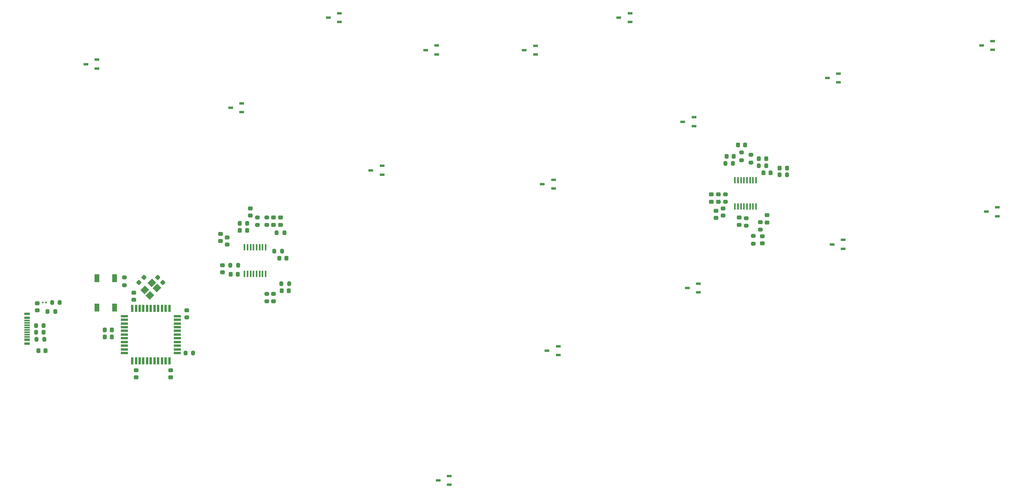
<source format=gbr>
%TF.GenerationSoftware,KiCad,Pcbnew,8.0.8*%
%TF.CreationDate,2025-04-25T11:22:14-07:00*%
%TF.ProjectId,MainBoard_BrooksP5Mini,4d61696e-426f-4617-9264-5f42726f6f6b,rev?*%
%TF.SameCoordinates,Original*%
%TF.FileFunction,Paste,Bot*%
%TF.FilePolarity,Positive*%
%FSLAX46Y46*%
G04 Gerber Fmt 4.6, Leading zero omitted, Abs format (unit mm)*
G04 Created by KiCad (PCBNEW 8.0.8) date 2025-04-25 11:22:14*
%MOMM*%
%LPD*%
G01*
G04 APERTURE LIST*
G04 Aperture macros list*
%AMRoundRect*
0 Rectangle with rounded corners*
0 $1 Rounding radius*
0 $2 $3 $4 $5 $6 $7 $8 $9 X,Y pos of 4 corners*
0 Add a 4 corners polygon primitive as box body*
4,1,4,$2,$3,$4,$5,$6,$7,$8,$9,$2,$3,0*
0 Add four circle primitives for the rounded corners*
1,1,$1+$1,$2,$3*
1,1,$1+$1,$4,$5*
1,1,$1+$1,$6,$7*
1,1,$1+$1,$8,$9*
0 Add four rect primitives between the rounded corners*
20,1,$1+$1,$2,$3,$4,$5,0*
20,1,$1+$1,$4,$5,$6,$7,0*
20,1,$1+$1,$6,$7,$8,$9,0*
20,1,$1+$1,$8,$9,$2,$3,0*%
%AMRotRect*
0 Rectangle, with rotation*
0 The origin of the aperture is its center*
0 $1 length*
0 $2 width*
0 $3 Rotation angle, in degrees counterclockwise*
0 Add horizontal line*
21,1,$1,$2,0,0,$3*%
G04 Aperture macros list end*
%ADD10RoundRect,0.225000X0.225000X0.250000X-0.225000X0.250000X-0.225000X-0.250000X0.225000X-0.250000X0*%
%ADD11R,1.500000X0.550000*%
%ADD12R,0.550000X1.500000*%
%ADD13RoundRect,0.200000X-0.275000X0.200000X-0.275000X-0.200000X0.275000X-0.200000X0.275000X0.200000X0*%
%ADD14RoundRect,0.225000X0.250000X-0.225000X0.250000X0.225000X-0.250000X0.225000X-0.250000X-0.225000X0*%
%ADD15R,1.000000X0.599999*%
%ADD16RoundRect,0.225000X-0.250000X0.225000X-0.250000X-0.225000X0.250000X-0.225000X0.250000X0.225000X0*%
%ADD17RoundRect,0.200000X-0.200000X-0.275000X0.200000X-0.275000X0.200000X0.275000X-0.200000X0.275000X0*%
%ADD18RoundRect,0.225000X-0.225000X-0.250000X0.225000X-0.250000X0.225000X0.250000X-0.225000X0.250000X0*%
%ADD19RoundRect,0.200000X0.200000X0.275000X-0.200000X0.275000X-0.200000X-0.275000X0.200000X-0.275000X0*%
%ADD20RoundRect,0.225000X-0.017678X0.335876X-0.335876X0.017678X0.017678X-0.335876X0.335876X-0.017678X0*%
%ADD21RoundRect,0.200000X0.275000X-0.200000X0.275000X0.200000X-0.275000X0.200000X-0.275000X-0.200000X0*%
%ADD22R,0.355600X1.422400*%
%ADD23RoundRect,0.218750X0.218750X0.256250X-0.218750X0.256250X-0.218750X-0.256250X0.218750X-0.256250X0*%
%ADD24R,1.000000X1.700000*%
%ADD25R,1.150000X0.600000*%
%ADD26R,1.150000X0.300000*%
%ADD27RoundRect,0.225000X-0.335876X-0.017678X-0.017678X-0.335876X0.335876X0.017678X0.017678X0.335876X0*%
%ADD28RotRect,1.400000X1.200000X45.000000*%
%ADD29RoundRect,0.079500X0.079500X0.100500X-0.079500X0.100500X-0.079500X-0.100500X0.079500X-0.100500X0*%
%ADD30RoundRect,0.218750X-0.256250X0.218750X-0.256250X-0.218750X0.256250X-0.218750X0.256250X0.218750X0*%
G04 APERTURE END LIST*
D10*
%TO.C,C30*%
X84275000Y-89000000D03*
X82725000Y-89000000D03*
%TD*%
D11*
%TO.C,U20*%
X48800000Y-102500000D03*
X48800000Y-101700000D03*
X48800000Y-100900000D03*
X48800000Y-100100000D03*
X48800000Y-99300000D03*
X48800000Y-98500000D03*
X48800000Y-97700000D03*
X48800000Y-96900000D03*
X48800000Y-96100000D03*
X48800000Y-95300000D03*
X48800000Y-94500000D03*
D12*
X50500000Y-92800000D03*
X51300000Y-92800000D03*
X52100000Y-92800000D03*
X52900000Y-92800000D03*
X53700000Y-92800000D03*
X54500000Y-92800000D03*
X55300000Y-92800000D03*
X56100000Y-92800000D03*
X56900000Y-92800000D03*
X57700000Y-92800000D03*
X58500000Y-92800000D03*
D11*
X60200000Y-94500000D03*
X60200000Y-95300000D03*
X60200000Y-96100000D03*
X60200000Y-96900000D03*
X60200000Y-97700000D03*
X60200000Y-98500000D03*
X60200000Y-99300000D03*
X60200000Y-100100000D03*
X60200000Y-100900000D03*
X60200000Y-101700000D03*
X60200000Y-102500000D03*
D12*
X58500000Y-104200000D03*
X57700000Y-104200000D03*
X56900000Y-104200000D03*
X56100000Y-104200000D03*
X55300000Y-104200000D03*
X54500000Y-104200000D03*
X53700000Y-104200000D03*
X52900000Y-104200000D03*
X52100000Y-104200000D03*
X51300000Y-104200000D03*
X50500000Y-104200000D03*
%TD*%
D13*
%TO.C,R12*%
X184000000Y-59675000D03*
X184000000Y-61325000D03*
%TD*%
D14*
%TO.C,C24*%
X181500000Y-74775000D03*
X181500000Y-73225000D03*
%TD*%
D15*
%TO.C,U15*%
X157900000Y-29049999D03*
X157900000Y-30949998D03*
X155500000Y-30000000D03*
%TD*%
D16*
%TO.C,C41*%
X82500000Y-73225000D03*
X82500000Y-74775000D03*
%TD*%
D15*
%TO.C,U4*%
X171700000Y-51549999D03*
X171700000Y-53449998D03*
X169300000Y-52500000D03*
%TD*%
%TO.C,U18*%
X137500000Y-36099999D03*
X137500000Y-37999998D03*
X135100000Y-37050000D03*
%TD*%
D14*
%TO.C,C7*%
X50800000Y-91000000D03*
X50800000Y-89450000D03*
%TD*%
D15*
%TO.C,U12*%
X142400000Y-101049999D03*
X142400000Y-102949998D03*
X140000000Y-102000000D03*
%TD*%
D13*
%TO.C,R31*%
X79500000Y-73175000D03*
X79500000Y-74825000D03*
%TD*%
D17*
%TO.C,R8*%
X178500000Y-61500000D03*
X180150000Y-61500000D03*
%TD*%
D10*
%TO.C,C17*%
X188275000Y-63500000D03*
X186725000Y-63500000D03*
%TD*%
D18*
%TO.C,C14*%
X178725000Y-60000000D03*
X180275000Y-60000000D03*
%TD*%
D15*
%TO.C,U6*%
X236200000Y-35049999D03*
X236200000Y-36949998D03*
X233800000Y-36000000D03*
%TD*%
D19*
%TO.C,R25*%
X82825000Y-80500000D03*
X81175000Y-80500000D03*
%TD*%
D20*
%TO.C,C10*%
X53060140Y-86108489D03*
X51964124Y-87204505D03*
%TD*%
D21*
%TO.C,R18*%
X183000000Y-75000000D03*
X183000000Y-73350000D03*
%TD*%
D22*
%TO.C,U3*%
X74725001Y-79655200D03*
X75374999Y-79655200D03*
X76025001Y-79655200D03*
X76674999Y-79655200D03*
X77324998Y-79655200D03*
X77974999Y-79655200D03*
X78624998Y-79655200D03*
X79274999Y-79655200D03*
X79274999Y-85344800D03*
X78625001Y-85344800D03*
X77974999Y-85344800D03*
X77325001Y-85344800D03*
X76675002Y-85344800D03*
X76025001Y-85344800D03*
X75375002Y-85344800D03*
X74725001Y-85344800D03*
%TD*%
D17*
%TO.C,R29*%
X73675000Y-74500000D03*
X75325000Y-74500000D03*
%TD*%
D19*
%TO.C,R14*%
X191825000Y-64000000D03*
X190175000Y-64000000D03*
%TD*%
%TO.C,R3*%
X31365000Y-98040000D03*
X29715000Y-98040000D03*
%TD*%
D23*
%TO.C,D5*%
X31787500Y-102000000D03*
X30212500Y-102000000D03*
%TD*%
D21*
%TO.C,R20*%
X186000000Y-75825000D03*
X186000000Y-74175000D03*
%TD*%
D19*
%TO.C,R9*%
X31500000Y-99500000D03*
X29850000Y-99500000D03*
%TD*%
D24*
%TO.C,SW_RESET1*%
X42900000Y-86350000D03*
X42900000Y-92650000D03*
X46700000Y-86350000D03*
X46700000Y-92650000D03*
%TD*%
D21*
%TO.C,R19*%
X184500000Y-78825000D03*
X184500000Y-77175000D03*
%TD*%
D25*
%TO.C,J1*%
X27795000Y-100440000D03*
X27795000Y-99640000D03*
D26*
X27795000Y-98490000D03*
X27795000Y-97490000D03*
X27795000Y-96990000D03*
X27795000Y-95990000D03*
D25*
X27795000Y-94040000D03*
X27795000Y-94840000D03*
D26*
X27795000Y-95490000D03*
X27795000Y-96490000D03*
X27795000Y-97990000D03*
X27795000Y-98990000D03*
%TD*%
D16*
%TO.C,C3*%
X51300000Y-106225000D03*
X51300000Y-107775000D03*
%TD*%
D14*
%TO.C,C9*%
X177000000Y-69775000D03*
X177000000Y-68225000D03*
%TD*%
D27*
%TO.C,C8*%
X55964124Y-86108489D03*
X57060140Y-87204505D03*
%TD*%
D13*
%TO.C,R11*%
X182000000Y-59175000D03*
X182000000Y-60825000D03*
%TD*%
D18*
%TO.C,C11*%
X44525000Y-99000000D03*
X46075000Y-99000000D03*
%TD*%
D14*
%TO.C,C25*%
X186500000Y-78775000D03*
X186500000Y-77225000D03*
%TD*%
D16*
%TO.C,C39*%
X81000000Y-73225000D03*
X81000000Y-74775000D03*
%TD*%
%TO.C,C4*%
X58800000Y-106225000D03*
X58800000Y-107775000D03*
%TD*%
%TO.C,C34*%
X69500000Y-76725000D03*
X69500000Y-78275000D03*
%TD*%
D10*
%TO.C,C16*%
X187275000Y-60500000D03*
X185725000Y-60500000D03*
%TD*%
D15*
%TO.C,U11*%
X141400000Y-65049999D03*
X141400000Y-66949998D03*
X139000000Y-66000000D03*
%TD*%
%TO.C,U10*%
X104400000Y-62049999D03*
X104400000Y-63949998D03*
X102000000Y-63000000D03*
%TD*%
D16*
%TO.C,C2*%
X70000000Y-83500000D03*
X70000000Y-85050000D03*
%TD*%
D17*
%TO.C,R7*%
X61975000Y-102500000D03*
X63625000Y-102500000D03*
%TD*%
D15*
%TO.C,U14*%
X237200000Y-70999999D03*
X237200000Y-72899998D03*
X234800000Y-71950000D03*
%TD*%
D28*
%TO.C,Y2*%
X53168629Y-88868629D03*
X54724264Y-87312994D03*
X55855635Y-88444365D03*
X54300000Y-90000000D03*
%TD*%
D21*
%TO.C,R26*%
X79500000Y-91325000D03*
X79500000Y-89675000D03*
%TD*%
D15*
%TO.C,U19*%
X203900000Y-78049999D03*
X203900000Y-79949998D03*
X201500000Y-79000000D03*
%TD*%
D14*
%TO.C,C32*%
X81000000Y-91275000D03*
X81000000Y-89725000D03*
%TD*%
D15*
%TO.C,U16*%
X95200000Y-29049999D03*
X95200000Y-30949998D03*
X92800000Y-30000000D03*
%TD*%
D14*
%TO.C,C20*%
X178000000Y-72775000D03*
X178000000Y-71225000D03*
%TD*%
D22*
%TO.C,U1*%
X180569801Y-65130199D03*
X181219799Y-65130199D03*
X181869801Y-65130199D03*
X182519799Y-65130199D03*
X183169798Y-65130199D03*
X183819799Y-65130199D03*
X184469798Y-65130199D03*
X185119799Y-65130199D03*
X185119799Y-70819799D03*
X184469801Y-70819799D03*
X183819799Y-70819799D03*
X183169801Y-70819799D03*
X182519802Y-70819799D03*
X181869801Y-70819799D03*
X181219802Y-70819799D03*
X180569801Y-70819799D03*
%TD*%
D19*
%TO.C,R13*%
X187325000Y-62000000D03*
X185675000Y-62000000D03*
%TD*%
D15*
%TO.C,U13*%
X172700000Y-87499999D03*
X172700000Y-89399998D03*
X170300000Y-88450000D03*
%TD*%
D29*
%TO.C,D2*%
X31885000Y-91540000D03*
X31195000Y-91540000D03*
%TD*%
D18*
%TO.C,C15*%
X181225000Y-57500000D03*
X182775000Y-57500000D03*
%TD*%
D17*
%TO.C,R34*%
X71675000Y-83500000D03*
X73325000Y-83500000D03*
%TD*%
D15*
%TO.C,U7*%
X118900000Y-129049999D03*
X118900000Y-130949998D03*
X116500000Y-130000000D03*
%TD*%
D10*
%TO.C,C31*%
X83775000Y-82000000D03*
X82225000Y-82000000D03*
%TD*%
D19*
%TO.C,R5*%
X34865000Y-91540000D03*
X33215000Y-91540000D03*
%TD*%
D15*
%TO.C,U17*%
X116200000Y-36049999D03*
X116200000Y-37949998D03*
X113800000Y-37000000D03*
%TD*%
D18*
%TO.C,C1*%
X71725000Y-85500000D03*
X73275000Y-85500000D03*
%TD*%
D13*
%TO.C,R27*%
X178500000Y-68175000D03*
X178500000Y-69825000D03*
%TD*%
D10*
%TO.C,C18*%
X191775000Y-62500000D03*
X190225000Y-62500000D03*
%TD*%
D14*
%TO.C,C19*%
X176500000Y-73275000D03*
X176500000Y-71725000D03*
%TD*%
D17*
%TO.C,R2*%
X29715000Y-96540000D03*
X31365000Y-96540000D03*
%TD*%
D30*
%TO.C,D6*%
X30000000Y-91712500D03*
X30000000Y-93287500D03*
%TD*%
D15*
%TO.C,U9*%
X42900000Y-39099999D03*
X42900000Y-40999998D03*
X40500000Y-40050000D03*
%TD*%
D14*
%TO.C,C6*%
X62300000Y-94775000D03*
X62300000Y-93225000D03*
%TD*%
D18*
%TO.C,C37*%
X73725000Y-76000000D03*
X75275000Y-76000000D03*
%TD*%
D15*
%TO.C,U8*%
X74100000Y-48549999D03*
X74100000Y-50449998D03*
X71700000Y-49500000D03*
%TD*%
D16*
%TO.C,C38*%
X76000000Y-71225000D03*
X76000000Y-72775000D03*
%TD*%
D13*
%TO.C,R30*%
X77500000Y-73175000D03*
X77500000Y-74825000D03*
%TD*%
D17*
%TO.C,R10*%
X32215000Y-93540000D03*
X33865000Y-93540000D03*
%TD*%
D14*
%TO.C,C12*%
X175500000Y-69775000D03*
X175500000Y-68225000D03*
%TD*%
D21*
%TO.C,R6*%
X48800000Y-87825000D03*
X48800000Y-86175000D03*
%TD*%
D19*
%TO.C,R24*%
X84325000Y-87500000D03*
X82675000Y-87500000D03*
%TD*%
%TO.C,R33*%
X83325000Y-76500000D03*
X81675000Y-76500000D03*
%TD*%
D16*
%TO.C,C26*%
X187500000Y-72725000D03*
X187500000Y-74275000D03*
%TD*%
D15*
%TO.C,U5*%
X202900000Y-42099999D03*
X202900000Y-43999998D03*
X200500000Y-43050000D03*
%TD*%
D10*
%TO.C,C5*%
X46075000Y-97500000D03*
X44525000Y-97500000D03*
%TD*%
D28*
%TO.C,*%
X53168629Y-88868629D03*
%TD*%
D16*
%TO.C,C33*%
X71000000Y-77500000D03*
X71000000Y-79050000D03*
%TD*%
M02*

</source>
